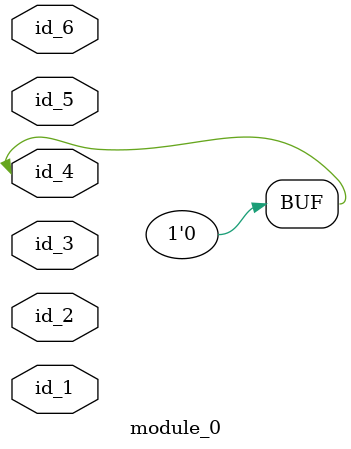
<source format=v>
`timescale 1ps / 1 ps
module module_0 (
    id_1,
    id_2,
    id_3,
    id_4,
    id_5,
    id_6
);
  input id_6;
  input id_5;
  inout id_4;
  inout id_3;
  inout id_2;
  inout id_1;
  assign id_4 = 1'b0;
endmodule

</source>
